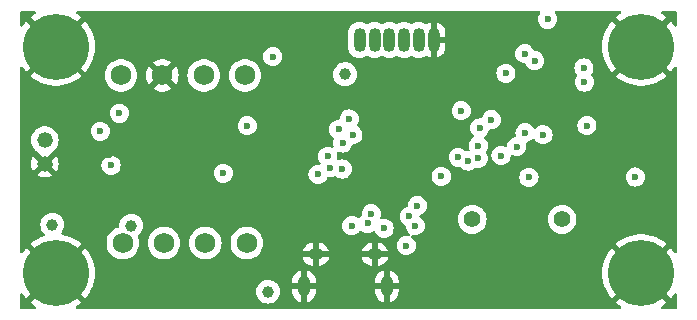
<source format=gbr>
%TF.GenerationSoftware,KiCad,Pcbnew,7.0.1*%
%TF.CreationDate,2023-05-27T07:40:04-07:00*%
%TF.ProjectId,Base-Flight-Computer-Test,42617365-2d46-46c6-9967-68742d436f6d,rev?*%
%TF.SameCoordinates,Original*%
%TF.FileFunction,Copper,L2,Inr*%
%TF.FilePolarity,Positive*%
%FSLAX46Y46*%
G04 Gerber Fmt 4.6, Leading zero omitted, Abs format (unit mm)*
G04 Created by KiCad (PCBNEW 7.0.1) date 2023-05-27 07:40:04*
%MOMM*%
%LPD*%
G01*
G04 APERTURE LIST*
%TA.AperFunction,ComponentPad*%
%ADD10O,1.300000X1.016000*%
%TD*%
%TA.AperFunction,ComponentPad*%
%ADD11O,1.016000X1.778000*%
%TD*%
%TA.AperFunction,ComponentPad*%
%ADD12C,5.588000*%
%TD*%
%TA.AperFunction,ComponentPad*%
%ADD13O,1.016000X2.032000*%
%TD*%
%TA.AperFunction,ComponentPad*%
%ADD14C,1.408000*%
%TD*%
%TA.AperFunction,ComponentPad*%
%ADD15C,1.320800*%
%TD*%
%TA.AperFunction,ComponentPad*%
%ADD16C,1.727200*%
%TD*%
%TA.AperFunction,ViaPad*%
%ADD17C,0.600000*%
%TD*%
%TA.AperFunction,ViaPad*%
%ADD18C,1.000000*%
%TD*%
G04 APERTURE END LIST*
D10*
%TO.N,Earth*%
%TO.C,P2*%
X131454400Y-100525600D03*
X136454400Y-100525600D03*
D11*
X130454400Y-103225600D03*
X137454400Y-103225600D03*
%TD*%
D12*
%TO.N,Earth*%
%TO.C,H4*%
X109448600Y-102108000D03*
%TD*%
D13*
%TO.N,3.3V*%
%TO.C,P3*%
X135178000Y-82365000D03*
%TO.N,SWDIO*%
X136428000Y-82365000D03*
%TO.N,SWCLK*%
X137678000Y-82365000D03*
%TO.N,SWO*%
X138928000Y-82365000D03*
%TO.N,NRST*%
X140178000Y-82365000D03*
%TO.N,Earth*%
X141428000Y-82365000D03*
%TD*%
D14*
%TO.N,VIN*%
%TO.C,BZ1*%
X144703800Y-97561400D03*
%TO.N,Net-(BZ1-+)*%
X152303800Y-97561400D03*
%TD*%
D15*
%TO.N,Earth*%
%TO.C,P5*%
X108508800Y-92837001D03*
%TO.N,Net-(P5-6)*%
X108508800Y-90836999D03*
%TD*%
D12*
%TO.N,Earth*%
%TO.C,H3*%
X159004000Y-102108000D03*
%TD*%
D16*
%TO.N,VIN_SW*%
%TO.C,P1*%
X125467400Y-85372600D03*
%TO.N,Net-(P1A-6)*%
X121967399Y-85372600D03*
%TO.N,Earth*%
X118467399Y-85372600D03*
%TO.N,Net-(P1B-6)*%
X114967398Y-85372600D03*
%TD*%
D12*
%TO.N,Earth*%
%TO.C,H1*%
X159004000Y-82931000D03*
%TD*%
D16*
%TO.N,VIN_SW*%
%TO.C,P4*%
X115112800Y-99568000D03*
%TO.N,Net-(P4A-6)*%
X118612801Y-99568000D03*
%TO.N,VIN*%
X122112801Y-99568000D03*
%TO.N,VIN_SW*%
X125612802Y-99568000D03*
%TD*%
D12*
%TO.N,Earth*%
%TO.C,H2*%
X109448600Y-82931000D03*
%TD*%
D17*
%TO.N,Earth*%
X123520200Y-91592400D03*
%TO.N,3.3V*%
X147548600Y-85191600D03*
%TO.N,Earth*%
X154736800Y-87909400D03*
X141147800Y-97891600D03*
X139115800Y-93929200D03*
X139115800Y-92659200D03*
X140690600Y-86156800D03*
X139141200Y-85318600D03*
X136677400Y-91414600D03*
X113969800Y-92075000D03*
X136652000Y-92710000D03*
X137896600Y-93929200D03*
X137845800Y-91414600D03*
X145186400Y-84429600D03*
X136702800Y-93954600D03*
X117779800Y-91617800D03*
D18*
X133045200Y-83820000D03*
D17*
X151028400Y-85725000D03*
X137871200Y-92684600D03*
X139090400Y-91440000D03*
%TO.N,3.3V*%
X127812800Y-83769200D03*
X134493000Y-98094800D03*
X154406600Y-89611200D03*
X131648200Y-93751400D03*
X114833400Y-88569800D03*
X154203400Y-85928200D03*
X143764000Y-88366600D03*
D18*
X115824000Y-98094800D03*
D17*
X151079200Y-80619600D03*
D18*
%TO.N,VIN*%
X133934200Y-85267800D03*
X127406400Y-103682800D03*
X109143800Y-98018600D03*
D17*
%TO.N,DROGUE*%
X134594600Y-90398600D03*
X114122200Y-92989400D03*
%TO.N,MAIN*%
X123621800Y-93649800D03*
X133400800Y-89941400D03*
%TO.N,BOOT*%
X144373600Y-92608400D03*
X149504400Y-94004907D03*
X158496000Y-93980000D03*
%TO.N,SWDIO*%
X139369800Y-97307400D03*
%TO.N,SWCLK*%
X140055600Y-96393000D03*
%TO.N,SWO*%
X142069185Y-93922215D03*
%TO.N,STATUS_B*%
X134289800Y-89052400D03*
X149148800Y-83540600D03*
%TO.N,STATUS_G*%
X149174200Y-90220800D03*
X154152600Y-84734400D03*
%TO.N,STATUS_R*%
X149987000Y-84124800D03*
X147142200Y-92151200D03*
%TO.N,~{FLASH_SS}*%
X132461000Y-92227400D03*
X145338800Y-89814400D03*
%TO.N,USB_DETECT*%
X139115800Y-99771200D03*
X137236200Y-98323400D03*
%TO.N,FLASH_SCK*%
X133731000Y-91084400D03*
X146329400Y-89128600D03*
%TO.N,BP_SCL*%
X135839200Y-97891600D03*
X150698200Y-90398600D03*
%TO.N,BP_SDA*%
X136144000Y-97078800D03*
X148463000Y-91389200D03*
%TO.N,~{MAIN_CONT}*%
X125653800Y-89636600D03*
X143510000Y-92303600D03*
%TO.N,~{DROGUE_CONT}*%
X113207800Y-90093800D03*
X139877800Y-98094800D03*
%TO.N,FLASH_MISO*%
X133705600Y-93294200D03*
X145211800Y-92379800D03*
%TO.N,FLASH_MOSI*%
X145211800Y-91313000D03*
X132689600Y-93167200D03*
%TD*%
%TA.AperFunction,Conductor*%
%TO.N,Earth*%
G36*
X107701118Y-79922890D02*
G01*
X107746443Y-79967726D01*
X107763499Y-80029157D01*
X107747777Y-80090942D01*
X107703435Y-80136750D01*
X107597340Y-80200584D01*
X107312969Y-80416757D01*
X107300101Y-80428945D01*
X107300101Y-80428947D01*
X109448600Y-82577446D01*
X109448601Y-82577446D01*
X111597097Y-80428947D01*
X111597097Y-80428946D01*
X111584226Y-80416755D01*
X111299859Y-80200584D01*
X111193765Y-80136750D01*
X111149423Y-80090942D01*
X111133701Y-80029157D01*
X111150757Y-79967726D01*
X111196082Y-79922890D01*
X111257694Y-79906500D01*
X150349546Y-79906500D01*
X150405841Y-79920015D01*
X150449864Y-79957615D01*
X150472019Y-80011102D01*
X150467477Y-80068818D01*
X150448751Y-80099375D01*
X150450523Y-80100489D01*
X150443090Y-80112317D01*
X150443089Y-80112319D01*
X150427738Y-80136750D01*
X150346157Y-80266584D01*
X150285982Y-80438555D01*
X150265583Y-80619600D01*
X150285982Y-80800644D01*
X150285982Y-80800646D01*
X150285983Y-80800647D01*
X150346157Y-80972615D01*
X150443089Y-81126881D01*
X150571919Y-81255711D01*
X150726185Y-81352643D01*
X150898153Y-81412817D01*
X151079200Y-81433216D01*
X151260247Y-81412817D01*
X151432215Y-81352643D01*
X151586481Y-81255711D01*
X151715311Y-81126881D01*
X151812243Y-80972615D01*
X151872417Y-80800647D01*
X151892816Y-80619600D01*
X151872417Y-80438553D01*
X151812243Y-80266585D01*
X151715311Y-80112319D01*
X151715309Y-80112317D01*
X151707877Y-80100489D01*
X151709648Y-80099375D01*
X151690923Y-80068818D01*
X151686381Y-80011102D01*
X151708536Y-79957615D01*
X151752559Y-79920015D01*
X151808854Y-79906500D01*
X157194906Y-79906500D01*
X157256518Y-79922890D01*
X157301843Y-79967726D01*
X157318899Y-80029157D01*
X157303177Y-80090942D01*
X157258835Y-80136750D01*
X157152740Y-80200584D01*
X156868369Y-80416757D01*
X156855501Y-80428945D01*
X156855501Y-80428947D01*
X159004000Y-82577446D01*
X159004001Y-82577446D01*
X161152497Y-80428947D01*
X161152497Y-80428946D01*
X161139626Y-80416755D01*
X160855259Y-80200584D01*
X160749165Y-80136750D01*
X160704823Y-80090942D01*
X160689101Y-80029157D01*
X160706157Y-79967726D01*
X160751482Y-79922890D01*
X160813094Y-79906500D01*
X161904500Y-79906500D01*
X161966500Y-79923113D01*
X162011887Y-79968500D01*
X162028500Y-80030500D01*
X162028500Y-81118256D01*
X162012771Y-81178698D01*
X161969576Y-81223808D01*
X161909871Y-81242140D01*
X161848804Y-81229044D01*
X161801867Y-81187843D01*
X161630185Y-80934631D01*
X161503301Y-80785252D01*
X161503300Y-80785251D01*
X159357553Y-82931000D01*
X159357553Y-82931001D01*
X161503300Y-85076746D01*
X161503301Y-85076746D01*
X161630184Y-84927368D01*
X161801867Y-84674156D01*
X161848804Y-84632955D01*
X161909872Y-84619859D01*
X161969576Y-84638191D01*
X162012771Y-84683301D01*
X162028500Y-84743743D01*
X162028500Y-100295256D01*
X162012771Y-100355698D01*
X161969576Y-100400808D01*
X161909871Y-100419140D01*
X161848804Y-100406044D01*
X161801867Y-100364843D01*
X161630185Y-100111631D01*
X161503301Y-99962252D01*
X161503300Y-99962251D01*
X159357553Y-102108000D01*
X159357553Y-102108001D01*
X161503300Y-104253746D01*
X161503301Y-104253746D01*
X161630184Y-104104368D01*
X161801867Y-103851156D01*
X161848804Y-103809955D01*
X161909872Y-103796859D01*
X161969576Y-103815191D01*
X162012771Y-103860301D01*
X162028500Y-103920743D01*
X162028500Y-105008500D01*
X162011887Y-105070500D01*
X161966500Y-105115887D01*
X161904500Y-105132500D01*
X160813094Y-105132500D01*
X160751482Y-105116110D01*
X160706157Y-105071274D01*
X160689101Y-105009843D01*
X160704823Y-104948058D01*
X160749165Y-104902250D01*
X160855259Y-104838415D01*
X161139626Y-104622244D01*
X161152497Y-104610052D01*
X161152497Y-104610051D01*
X159004001Y-102461553D01*
X159004000Y-102461553D01*
X156855501Y-104610051D01*
X156855501Y-104610052D01*
X156868373Y-104622244D01*
X157152740Y-104838415D01*
X157258835Y-104902250D01*
X157303177Y-104948058D01*
X157318899Y-105009843D01*
X157301843Y-105071274D01*
X157256518Y-105116110D01*
X157194906Y-105132500D01*
X111257694Y-105132500D01*
X111196082Y-105116110D01*
X111150757Y-105071274D01*
X111133701Y-105009843D01*
X111149423Y-104948058D01*
X111193765Y-104902250D01*
X111299859Y-104838415D01*
X111584226Y-104622244D01*
X111597097Y-104610052D01*
X111597097Y-104610051D01*
X109448601Y-102461553D01*
X109448600Y-102461553D01*
X107300101Y-104610051D01*
X107300101Y-104610052D01*
X107312973Y-104622244D01*
X107597340Y-104838415D01*
X107703435Y-104902250D01*
X107747777Y-104948058D01*
X107763499Y-105009843D01*
X107746443Y-105071274D01*
X107701118Y-105116110D01*
X107639506Y-105132500D01*
X106548100Y-105132500D01*
X106486100Y-105115887D01*
X106440713Y-105070500D01*
X106424100Y-105008500D01*
X106424100Y-103920744D01*
X106439829Y-103860302D01*
X106483024Y-103815192D01*
X106542729Y-103796860D01*
X106603796Y-103809956D01*
X106650733Y-103851157D01*
X106822414Y-104104368D01*
X106949297Y-104253746D01*
X106949298Y-104253747D01*
X109095046Y-102108001D01*
X109802153Y-102108001D01*
X111947900Y-104253746D01*
X111947901Y-104253746D01*
X112074784Y-104104368D01*
X112275232Y-103808731D01*
X112341996Y-103682800D01*
X126393020Y-103682800D01*
X126412491Y-103880498D01*
X126412492Y-103880501D01*
X126470159Y-104070604D01*
X126563805Y-104245804D01*
X126689832Y-104399368D01*
X126843396Y-104525395D01*
X127018596Y-104619041D01*
X127208699Y-104676708D01*
X127406400Y-104696180D01*
X127604101Y-104676708D01*
X127794204Y-104619041D01*
X127969404Y-104525395D01*
X128122968Y-104399368D01*
X128248995Y-104245804D01*
X128342641Y-104070604D01*
X128400308Y-103880501D01*
X128419780Y-103682800D01*
X128400308Y-103485099D01*
X128397427Y-103475600D01*
X129446400Y-103475600D01*
X129446400Y-103656118D01*
X129460985Y-103804204D01*
X129518623Y-103994211D01*
X129612223Y-104169322D01*
X129738187Y-104322812D01*
X129891677Y-104448776D01*
X130066789Y-104542376D01*
X130204398Y-104584119D01*
X130204400Y-104584119D01*
X130204400Y-103475600D01*
X130704400Y-103475600D01*
X130704400Y-104584119D01*
X130704401Y-104584119D01*
X130842010Y-104542376D01*
X131017122Y-104448776D01*
X131170612Y-104322812D01*
X131296576Y-104169322D01*
X131390176Y-103994211D01*
X131447814Y-103804204D01*
X131462400Y-103656118D01*
X131462400Y-103475600D01*
X136446400Y-103475600D01*
X136446400Y-103656118D01*
X136460985Y-103804204D01*
X136518623Y-103994211D01*
X136612223Y-104169322D01*
X136738187Y-104322812D01*
X136891677Y-104448776D01*
X137066789Y-104542376D01*
X137204398Y-104584119D01*
X137204400Y-104584119D01*
X137204400Y-103475600D01*
X137704400Y-103475600D01*
X137704400Y-104584119D01*
X137704401Y-104584119D01*
X137842010Y-104542376D01*
X138017122Y-104448776D01*
X138170612Y-104322812D01*
X138296576Y-104169322D01*
X138390176Y-103994211D01*
X138447814Y-103804204D01*
X138462400Y-103656118D01*
X138462400Y-103475600D01*
X137704400Y-103475600D01*
X137204400Y-103475600D01*
X136446400Y-103475600D01*
X131462400Y-103475600D01*
X130704400Y-103475600D01*
X130204400Y-103475600D01*
X129446400Y-103475600D01*
X128397427Y-103475600D01*
X128342641Y-103294996D01*
X128248995Y-103119796D01*
X128130656Y-102975600D01*
X129446400Y-102975600D01*
X130204400Y-102975600D01*
X130704400Y-102975600D01*
X131462400Y-102975600D01*
X136446400Y-102975600D01*
X137204400Y-102975600D01*
X137704400Y-102975600D01*
X138462400Y-102975600D01*
X138462400Y-102795082D01*
X138447814Y-102646995D01*
X138390176Y-102456988D01*
X138296576Y-102281877D01*
X138170612Y-102128387D01*
X138145769Y-102107999D01*
X155705161Y-102107999D01*
X155724499Y-102464660D01*
X155782288Y-102817158D01*
X155877845Y-103161325D01*
X156010055Y-103493147D01*
X156177364Y-103808724D01*
X156377819Y-104104374D01*
X156504697Y-104253746D01*
X156504698Y-104253747D01*
X158650446Y-102108001D01*
X158650446Y-102108000D01*
X156504698Y-99962251D01*
X156504697Y-99962252D01*
X156377819Y-100111625D01*
X156177364Y-100407275D01*
X156010055Y-100722852D01*
X155877845Y-101054674D01*
X155782288Y-101398841D01*
X155724499Y-101751339D01*
X155705161Y-102107999D01*
X138145769Y-102107999D01*
X138017122Y-102002423D01*
X137842010Y-101908823D01*
X137704401Y-101867080D01*
X137704400Y-101867081D01*
X137704400Y-102975600D01*
X137204400Y-102975600D01*
X137204400Y-101867081D01*
X137204398Y-101867080D01*
X137066789Y-101908823D01*
X136891677Y-102002423D01*
X136738187Y-102128387D01*
X136612223Y-102281877D01*
X136518623Y-102456988D01*
X136460985Y-102646995D01*
X136446400Y-102795082D01*
X136446400Y-102975600D01*
X131462400Y-102975600D01*
X131462400Y-102795082D01*
X131447814Y-102646995D01*
X131390176Y-102456988D01*
X131296576Y-102281877D01*
X131170612Y-102128387D01*
X131017122Y-102002423D01*
X130842010Y-101908823D01*
X130704401Y-101867080D01*
X130704400Y-101867081D01*
X130704400Y-102975600D01*
X130204400Y-102975600D01*
X130204400Y-101867081D01*
X130204398Y-101867080D01*
X130066789Y-101908823D01*
X129891677Y-102002423D01*
X129738187Y-102128387D01*
X129612223Y-102281877D01*
X129518623Y-102456988D01*
X129460985Y-102646995D01*
X129446400Y-102795082D01*
X129446400Y-102975600D01*
X128130656Y-102975600D01*
X128122968Y-102966232D01*
X127969404Y-102840205D01*
X127969403Y-102840204D01*
X127874790Y-102789633D01*
X127794204Y-102746559D01*
X127604101Y-102688892D01*
X127604098Y-102688891D01*
X127406400Y-102669420D01*
X127208701Y-102688891D01*
X127145331Y-102708114D01*
X127018596Y-102746559D01*
X127018592Y-102746560D01*
X127018592Y-102746561D01*
X126843396Y-102840204D01*
X126689832Y-102966232D01*
X126563804Y-103119796D01*
X126541607Y-103161325D01*
X126470159Y-103294996D01*
X126431714Y-103421731D01*
X126412491Y-103485101D01*
X126393020Y-103682800D01*
X112341996Y-103682800D01*
X112442544Y-103493147D01*
X112574754Y-103161325D01*
X112670311Y-102817158D01*
X112728100Y-102464660D01*
X112747438Y-102107999D01*
X112728100Y-101751339D01*
X112670311Y-101398841D01*
X112574754Y-101054674D01*
X112442544Y-100722852D01*
X112275235Y-100407275D01*
X112074780Y-100111625D01*
X111947901Y-99962252D01*
X111947900Y-99962251D01*
X109802153Y-102108000D01*
X109802153Y-102108001D01*
X109095046Y-102108001D01*
X109095046Y-102108000D01*
X106949298Y-99962251D01*
X106949297Y-99962252D01*
X106822414Y-100111630D01*
X106650733Y-100364843D01*
X106603796Y-100406044D01*
X106542729Y-100419140D01*
X106483024Y-100400808D01*
X106439829Y-100355698D01*
X106424100Y-100295256D01*
X106424100Y-99605947D01*
X107300101Y-99605947D01*
X109448598Y-101754446D01*
X109448599Y-101754446D01*
X111597097Y-99605947D01*
X111597097Y-99605946D01*
X111584226Y-99593755D01*
X111550346Y-99568000D01*
X113735997Y-99568000D01*
X113754775Y-99794609D01*
X113810597Y-100015048D01*
X113901939Y-100223285D01*
X114026310Y-100413649D01*
X114180317Y-100580946D01*
X114359761Y-100720612D01*
X114559745Y-100828839D01*
X114696879Y-100875916D01*
X114774811Y-100902671D01*
X114774813Y-100902671D01*
X114774815Y-100902672D01*
X114999105Y-100940100D01*
X115226494Y-100940100D01*
X115226495Y-100940100D01*
X115450785Y-100902672D01*
X115665855Y-100828839D01*
X115865839Y-100720612D01*
X116045283Y-100580946D01*
X116199290Y-100413649D01*
X116323661Y-100223285D01*
X116415003Y-100015047D01*
X116470824Y-99794614D01*
X116489602Y-99568000D01*
X117235998Y-99568000D01*
X117254776Y-99794609D01*
X117310598Y-100015048D01*
X117401940Y-100223285D01*
X117526311Y-100413649D01*
X117680318Y-100580946D01*
X117859762Y-100720612D01*
X118059746Y-100828839D01*
X118196880Y-100875916D01*
X118274812Y-100902671D01*
X118274814Y-100902671D01*
X118274816Y-100902672D01*
X118499106Y-100940100D01*
X118726495Y-100940100D01*
X118726496Y-100940100D01*
X118950786Y-100902672D01*
X119165856Y-100828839D01*
X119365840Y-100720612D01*
X119545284Y-100580946D01*
X119699291Y-100413649D01*
X119823662Y-100223285D01*
X119915004Y-100015047D01*
X119970825Y-99794614D01*
X119989603Y-99568000D01*
X120735998Y-99568000D01*
X120754776Y-99794609D01*
X120810598Y-100015048D01*
X120901940Y-100223285D01*
X121026311Y-100413649D01*
X121180318Y-100580946D01*
X121359762Y-100720612D01*
X121559746Y-100828839D01*
X121696880Y-100875916D01*
X121774812Y-100902671D01*
X121774814Y-100902671D01*
X121774816Y-100902672D01*
X121999106Y-100940100D01*
X122226495Y-100940100D01*
X122226496Y-100940100D01*
X122450786Y-100902672D01*
X122665856Y-100828839D01*
X122865840Y-100720612D01*
X123045284Y-100580946D01*
X123199291Y-100413649D01*
X123323662Y-100223285D01*
X123415004Y-100015047D01*
X123470825Y-99794614D01*
X123489603Y-99568000D01*
X124235999Y-99568000D01*
X124254777Y-99794609D01*
X124310599Y-100015048D01*
X124401941Y-100223285D01*
X124526312Y-100413649D01*
X124680319Y-100580946D01*
X124859763Y-100720612D01*
X125059747Y-100828839D01*
X125196881Y-100875916D01*
X125274813Y-100902671D01*
X125274815Y-100902671D01*
X125274817Y-100902672D01*
X125499107Y-100940100D01*
X125726496Y-100940100D01*
X125726497Y-100940100D01*
X125950787Y-100902672D01*
X126165857Y-100828839D01*
X126264231Y-100775601D01*
X130334880Y-100775601D01*
X130376623Y-100913210D01*
X130470223Y-101088322D01*
X130596187Y-101241812D01*
X130749677Y-101367776D01*
X130924788Y-101461376D01*
X131114794Y-101519014D01*
X131204400Y-101527839D01*
X131204400Y-100775600D01*
X131704400Y-100775600D01*
X131704400Y-101527839D01*
X131794005Y-101519014D01*
X131984011Y-101461376D01*
X132159122Y-101367776D01*
X132312612Y-101241812D01*
X132438576Y-101088322D01*
X132532176Y-100913210D01*
X132573919Y-100775601D01*
X135334880Y-100775601D01*
X135376623Y-100913210D01*
X135470223Y-101088322D01*
X135596187Y-101241812D01*
X135749677Y-101367776D01*
X135924788Y-101461376D01*
X136114794Y-101519014D01*
X136204400Y-101527839D01*
X136204400Y-100775600D01*
X136704400Y-100775600D01*
X136704400Y-101527839D01*
X136794005Y-101519014D01*
X136984011Y-101461376D01*
X137159122Y-101367776D01*
X137312612Y-101241812D01*
X137438576Y-101088322D01*
X137532176Y-100913210D01*
X137573919Y-100775601D01*
X137573919Y-100775600D01*
X136704400Y-100775600D01*
X136204400Y-100775600D01*
X135334881Y-100775600D01*
X135334880Y-100775601D01*
X132573919Y-100775601D01*
X132573919Y-100775600D01*
X131704400Y-100775600D01*
X131204400Y-100775600D01*
X130334881Y-100775600D01*
X130334880Y-100775601D01*
X126264231Y-100775601D01*
X126365841Y-100720612D01*
X126545285Y-100580946D01*
X126699292Y-100413649D01*
X126789485Y-100275598D01*
X130334880Y-100275598D01*
X130334881Y-100275600D01*
X131204400Y-100275600D01*
X131204400Y-99523360D01*
X131704400Y-99523360D01*
X131704400Y-100275600D01*
X132573919Y-100275600D01*
X132573919Y-100275598D01*
X135334880Y-100275598D01*
X135334881Y-100275600D01*
X136204400Y-100275600D01*
X136204400Y-99523360D01*
X136704400Y-99523360D01*
X136704400Y-100275600D01*
X137573919Y-100275600D01*
X137573919Y-100275598D01*
X137532176Y-100137989D01*
X137438576Y-99962877D01*
X137312612Y-99809387D01*
X137266079Y-99771199D01*
X138302183Y-99771199D01*
X138322582Y-99952244D01*
X138322582Y-99952246D01*
X138322583Y-99952247D01*
X138382757Y-100124215D01*
X138479689Y-100278481D01*
X138608519Y-100407311D01*
X138762785Y-100504243D01*
X138934753Y-100564417D01*
X139115800Y-100584816D01*
X139296847Y-100564417D01*
X139468815Y-100504243D01*
X139623081Y-100407311D01*
X139751911Y-100278481D01*
X139848843Y-100124215D01*
X139909017Y-99952247D01*
X139929416Y-99771200D01*
X139910797Y-99605947D01*
X156855501Y-99605947D01*
X159004000Y-101754446D01*
X159004001Y-101754446D01*
X161152497Y-99605947D01*
X161152497Y-99605946D01*
X161139626Y-99593755D01*
X160855259Y-99377584D01*
X160549201Y-99193435D01*
X160225028Y-99043457D01*
X159886533Y-98929404D01*
X159537692Y-98852619D01*
X159182596Y-98814000D01*
X158825404Y-98814000D01*
X158470307Y-98852619D01*
X158121466Y-98929404D01*
X157782971Y-99043457D01*
X157458798Y-99193435D01*
X157152740Y-99377584D01*
X156868369Y-99593757D01*
X156855501Y-99605945D01*
X156855501Y-99605947D01*
X139910797Y-99605947D01*
X139909017Y-99590153D01*
X139848843Y-99418185D01*
X139751911Y-99263919D01*
X139623081Y-99135089D01*
X139574948Y-99104845D01*
X139533535Y-99061853D01*
X139517009Y-99004490D01*
X139529202Y-98946051D01*
X139567288Y-98900083D01*
X139622441Y-98877238D01*
X139681874Y-98882810D01*
X139696753Y-98888017D01*
X139877800Y-98908416D01*
X140058847Y-98888017D01*
X140230815Y-98827843D01*
X140385081Y-98730911D01*
X140513911Y-98602081D01*
X140610843Y-98447815D01*
X140671017Y-98275847D01*
X140691416Y-98094800D01*
X140671017Y-97913753D01*
X140610843Y-97741785D01*
X140513911Y-97587519D01*
X140487792Y-97561400D01*
X143486667Y-97561400D01*
X143505158Y-97772750D01*
X143560070Y-97977685D01*
X143587535Y-98036582D01*
X143649733Y-98169966D01*
X143771423Y-98343757D01*
X143921443Y-98493777D01*
X144095234Y-98615467D01*
X144287516Y-98705130D01*
X144492447Y-98760041D01*
X144703800Y-98778532D01*
X144915153Y-98760041D01*
X145120084Y-98705130D01*
X145312366Y-98615467D01*
X145486157Y-98493777D01*
X145636177Y-98343757D01*
X145757867Y-98169966D01*
X145847530Y-97977684D01*
X145902441Y-97772753D01*
X145920932Y-97561400D01*
X151086667Y-97561400D01*
X151105158Y-97772750D01*
X151160070Y-97977685D01*
X151187535Y-98036582D01*
X151249733Y-98169966D01*
X151371423Y-98343757D01*
X151521443Y-98493777D01*
X151695234Y-98615467D01*
X151887516Y-98705130D01*
X152092447Y-98760041D01*
X152303800Y-98778532D01*
X152515153Y-98760041D01*
X152720084Y-98705130D01*
X152912366Y-98615467D01*
X153086157Y-98493777D01*
X153236177Y-98343757D01*
X153357867Y-98169966D01*
X153447530Y-97977684D01*
X153502441Y-97772753D01*
X153520932Y-97561400D01*
X153502441Y-97350047D01*
X153447530Y-97145116D01*
X153357867Y-96952834D01*
X153236177Y-96779043D01*
X153086157Y-96629023D01*
X152912366Y-96507333D01*
X152785646Y-96448242D01*
X152720085Y-96417670D01*
X152515150Y-96362758D01*
X152303800Y-96344267D01*
X152092449Y-96362758D01*
X151887514Y-96417670D01*
X151695236Y-96507332D01*
X151695234Y-96507333D01*
X151670966Y-96524326D01*
X151521439Y-96629026D01*
X151371426Y-96779039D01*
X151371423Y-96779042D01*
X151371423Y-96779043D01*
X151286531Y-96900282D01*
X151249732Y-96952836D01*
X151160070Y-97145114D01*
X151105158Y-97350049D01*
X151086667Y-97561400D01*
X145920932Y-97561400D01*
X145902441Y-97350047D01*
X145847530Y-97145116D01*
X145757867Y-96952834D01*
X145636177Y-96779043D01*
X145486157Y-96629023D01*
X145312366Y-96507333D01*
X145185646Y-96448242D01*
X145120085Y-96417670D01*
X144915150Y-96362758D01*
X144703800Y-96344267D01*
X144492449Y-96362758D01*
X144287514Y-96417670D01*
X144095236Y-96507332D01*
X144095234Y-96507333D01*
X144070966Y-96524326D01*
X143921439Y-96629026D01*
X143771426Y-96779039D01*
X143771423Y-96779042D01*
X143771423Y-96779043D01*
X143686531Y-96900282D01*
X143649732Y-96952836D01*
X143560070Y-97145114D01*
X143505158Y-97350049D01*
X143486667Y-97561400D01*
X140487792Y-97561400D01*
X140385081Y-97458689D01*
X140356027Y-97440433D01*
X140271480Y-97387308D01*
X140225733Y-97336116D01*
X140214233Y-97268431D01*
X140240506Y-97205002D01*
X140296496Y-97165274D01*
X140408615Y-97126043D01*
X140562881Y-97029111D01*
X140691711Y-96900281D01*
X140788643Y-96746015D01*
X140848817Y-96574047D01*
X140869216Y-96393000D01*
X140848817Y-96211953D01*
X140788643Y-96039985D01*
X140691711Y-95885719D01*
X140562881Y-95756889D01*
X140408615Y-95659957D01*
X140236647Y-95599783D01*
X140236646Y-95599782D01*
X140236644Y-95599782D01*
X140055600Y-95579383D01*
X139874555Y-95599782D01*
X139702584Y-95659957D01*
X139548317Y-95756890D01*
X139419490Y-95885717D01*
X139322557Y-96039984D01*
X139262382Y-96211955D01*
X139241983Y-96393000D01*
X139242029Y-96393406D01*
X139235849Y-96448242D01*
X139206488Y-96494967D01*
X139159763Y-96524326D01*
X139016787Y-96574355D01*
X138862517Y-96671290D01*
X138733690Y-96800117D01*
X138636757Y-96954384D01*
X138576582Y-97126355D01*
X138556183Y-97307400D01*
X138576582Y-97488444D01*
X138576582Y-97488446D01*
X138576583Y-97488447D01*
X138636757Y-97660415D01*
X138733689Y-97814681D01*
X138862519Y-97943511D01*
X139010642Y-98036583D01*
X139049663Y-98075604D01*
X139067889Y-98127692D01*
X139084582Y-98275844D01*
X139084582Y-98275846D01*
X139084583Y-98275847D01*
X139144757Y-98447815D01*
X139241689Y-98602081D01*
X139370519Y-98730911D01*
X139418651Y-98761154D01*
X139460064Y-98804145D01*
X139476590Y-98861508D01*
X139464398Y-98919946D01*
X139426312Y-98965915D01*
X139371160Y-98988761D01*
X139311725Y-98983188D01*
X139296848Y-98977982D01*
X139115800Y-98957583D01*
X138934755Y-98977982D01*
X138762784Y-99038157D01*
X138608517Y-99135090D01*
X138479690Y-99263917D01*
X138382757Y-99418184D01*
X138322582Y-99590155D01*
X138302183Y-99771199D01*
X137266079Y-99771199D01*
X137159122Y-99683423D01*
X136984011Y-99589823D01*
X136794005Y-99532185D01*
X136704400Y-99523360D01*
X136204400Y-99523360D01*
X136114794Y-99532185D01*
X135924788Y-99589823D01*
X135749677Y-99683423D01*
X135596187Y-99809387D01*
X135470223Y-99962877D01*
X135376623Y-100137989D01*
X135334880Y-100275598D01*
X132573919Y-100275598D01*
X132532176Y-100137989D01*
X132438576Y-99962877D01*
X132312612Y-99809387D01*
X132159122Y-99683423D01*
X131984011Y-99589823D01*
X131794005Y-99532185D01*
X131704400Y-99523360D01*
X131204400Y-99523360D01*
X131114794Y-99532185D01*
X130924788Y-99589823D01*
X130749677Y-99683423D01*
X130596187Y-99809387D01*
X130470223Y-99962877D01*
X130376623Y-100137989D01*
X130334880Y-100275598D01*
X126789485Y-100275598D01*
X126823663Y-100223285D01*
X126915005Y-100015047D01*
X126970826Y-99794614D01*
X126989604Y-99568000D01*
X126970826Y-99341386D01*
X126915005Y-99120953D01*
X126823663Y-98912715D01*
X126699292Y-98722351D01*
X126545285Y-98555054D01*
X126365841Y-98415388D01*
X126165857Y-98307161D01*
X126123145Y-98292498D01*
X125950790Y-98233328D01*
X125782569Y-98205256D01*
X125726497Y-98195900D01*
X125499107Y-98195900D01*
X125454248Y-98203385D01*
X125274813Y-98233328D01*
X125059746Y-98307161D01*
X124859766Y-98415386D01*
X124680318Y-98555054D01*
X124526311Y-98722352D01*
X124401941Y-98912714D01*
X124310599Y-99120951D01*
X124254777Y-99341390D01*
X124235999Y-99568000D01*
X123489603Y-99568000D01*
X123470825Y-99341386D01*
X123415004Y-99120953D01*
X123323662Y-98912715D01*
X123199291Y-98722351D01*
X123045284Y-98555054D01*
X122865840Y-98415388D01*
X122665856Y-98307161D01*
X122623144Y-98292498D01*
X122450789Y-98233328D01*
X122282568Y-98205256D01*
X122226496Y-98195900D01*
X121999106Y-98195900D01*
X121954247Y-98203385D01*
X121774812Y-98233328D01*
X121559745Y-98307161D01*
X121359765Y-98415386D01*
X121180317Y-98555054D01*
X121026310Y-98722352D01*
X120901940Y-98912714D01*
X120810598Y-99120951D01*
X120754776Y-99341390D01*
X120735998Y-99568000D01*
X119989603Y-99568000D01*
X119970825Y-99341386D01*
X119915004Y-99120953D01*
X119823662Y-98912715D01*
X119699291Y-98722351D01*
X119545284Y-98555054D01*
X119365840Y-98415388D01*
X119165856Y-98307161D01*
X119123144Y-98292498D01*
X118950789Y-98233328D01*
X118782568Y-98205256D01*
X118726496Y-98195900D01*
X118499106Y-98195900D01*
X118454247Y-98203385D01*
X118274812Y-98233328D01*
X118059745Y-98307161D01*
X117859765Y-98415386D01*
X117680317Y-98555054D01*
X117526310Y-98722352D01*
X117401940Y-98912714D01*
X117310598Y-99120951D01*
X117254776Y-99341390D01*
X117235998Y-99568000D01*
X116489602Y-99568000D01*
X116470824Y-99341386D01*
X116415003Y-99120953D01*
X116386132Y-99055134D01*
X116375711Y-99002978D01*
X116388102Y-98951251D01*
X116421020Y-98909478D01*
X116540568Y-98811368D01*
X116666595Y-98657804D01*
X116760241Y-98482604D01*
X116817908Y-98292501D01*
X116837380Y-98094800D01*
X116837380Y-98094799D01*
X133679383Y-98094799D01*
X133699782Y-98275844D01*
X133699782Y-98275846D01*
X133699783Y-98275847D01*
X133759957Y-98447815D01*
X133856889Y-98602081D01*
X133985719Y-98730911D01*
X134139985Y-98827843D01*
X134311953Y-98888017D01*
X134493000Y-98908416D01*
X134674047Y-98888017D01*
X134846015Y-98827843D01*
X135000281Y-98730911D01*
X135129111Y-98602081D01*
X135154050Y-98562389D01*
X135201099Y-98518735D01*
X135263677Y-98504452D01*
X135325013Y-98523371D01*
X135331917Y-98527709D01*
X135331919Y-98527711D01*
X135486185Y-98624643D01*
X135658153Y-98684817D01*
X135839200Y-98705216D01*
X136020247Y-98684817D01*
X136192215Y-98624643D01*
X136300607Y-98556535D01*
X136352691Y-98538310D01*
X136407530Y-98544488D01*
X136454257Y-98573848D01*
X136483617Y-98620575D01*
X136503155Y-98676412D01*
X136503157Y-98676415D01*
X136600089Y-98830681D01*
X136728919Y-98959511D01*
X136883185Y-99056443D01*
X137055153Y-99116617D01*
X137236200Y-99137016D01*
X137417247Y-99116617D01*
X137589215Y-99056443D01*
X137743481Y-98959511D01*
X137872311Y-98830681D01*
X137969243Y-98676415D01*
X138029417Y-98504447D01*
X138049816Y-98323400D01*
X138029417Y-98142353D01*
X137969243Y-97970385D01*
X137872311Y-97816119D01*
X137743481Y-97687289D01*
X137589215Y-97590357D01*
X137417247Y-97530183D01*
X137417246Y-97530182D01*
X137417244Y-97530182D01*
X137236200Y-97509783D01*
X137041270Y-97531747D01*
X137041154Y-97530718D01*
X136987457Y-97533732D01*
X136927370Y-97500521D01*
X136894162Y-97440433D01*
X136898011Y-97371889D01*
X136937217Y-97259847D01*
X136957616Y-97078800D01*
X136937217Y-96897753D01*
X136877043Y-96725785D01*
X136780111Y-96571519D01*
X136651281Y-96442689D01*
X136497015Y-96345757D01*
X136325047Y-96285583D01*
X136325046Y-96285582D01*
X136325044Y-96285582D01*
X136144000Y-96265183D01*
X135962955Y-96285582D01*
X135790984Y-96345757D01*
X135636717Y-96442690D01*
X135507890Y-96571517D01*
X135410957Y-96725784D01*
X135350782Y-96897755D01*
X135330383Y-97078800D01*
X135341745Y-97179636D01*
X135335567Y-97234474D01*
X135306207Y-97281201D01*
X135203087Y-97384320D01*
X135178151Y-97424007D01*
X135131099Y-97467665D01*
X135068521Y-97481947D01*
X135007186Y-97463028D01*
X134995358Y-97455596D01*
X134846015Y-97361757D01*
X134674047Y-97301583D01*
X134674046Y-97301582D01*
X134674044Y-97301582D01*
X134493000Y-97281183D01*
X134311955Y-97301582D01*
X134139984Y-97361757D01*
X133985717Y-97458690D01*
X133856890Y-97587517D01*
X133759957Y-97741784D01*
X133699782Y-97913755D01*
X133679383Y-98094799D01*
X116837380Y-98094799D01*
X116817908Y-97897099D01*
X116760241Y-97706996D01*
X116666595Y-97531796D01*
X116540568Y-97378232D01*
X116387004Y-97252205D01*
X116387003Y-97252204D01*
X116277470Y-97193658D01*
X116211804Y-97158559D01*
X116021701Y-97100892D01*
X116021698Y-97100891D01*
X115848247Y-97083808D01*
X115824000Y-97081420D01*
X115823999Y-97081420D01*
X115626301Y-97100891D01*
X115562931Y-97120114D01*
X115436196Y-97158559D01*
X115436192Y-97158560D01*
X115436192Y-97158561D01*
X115260996Y-97252204D01*
X115107432Y-97378232D01*
X114981404Y-97531796D01*
X114898292Y-97687290D01*
X114887759Y-97706996D01*
X114855093Y-97814681D01*
X114830091Y-97897101D01*
X114810620Y-98094800D01*
X114813034Y-98119315D01*
X114806201Y-98173746D01*
X114776553Y-98219902D01*
X114729893Y-98248749D01*
X114559745Y-98307160D01*
X114359764Y-98415386D01*
X114180316Y-98555054D01*
X114026309Y-98722352D01*
X113901939Y-98912714D01*
X113810597Y-99120951D01*
X113754775Y-99341390D01*
X113735997Y-99568000D01*
X111550346Y-99568000D01*
X111299859Y-99377584D01*
X110993801Y-99193435D01*
X110669628Y-99043457D01*
X110331133Y-98929404D01*
X109994850Y-98855383D01*
X109939091Y-98826931D01*
X109904336Y-98774868D01*
X109899441Y-98712462D01*
X109925650Y-98655620D01*
X109986395Y-98581604D01*
X110080041Y-98406404D01*
X110137708Y-98216301D01*
X110157180Y-98018600D01*
X110137708Y-97820899D01*
X110080041Y-97630796D01*
X109986395Y-97455596D01*
X109860368Y-97302032D01*
X109719247Y-97186217D01*
X109706803Y-97176004D01*
X109566275Y-97100891D01*
X109531604Y-97082359D01*
X109341501Y-97024692D01*
X109341498Y-97024691D01*
X109143800Y-97005220D01*
X108946101Y-97024691D01*
X108882731Y-97043914D01*
X108755996Y-97082359D01*
X108755992Y-97082360D01*
X108755992Y-97082361D01*
X108580796Y-97176004D01*
X108427232Y-97302032D01*
X108301204Y-97455596D01*
X108230692Y-97587517D01*
X108207559Y-97630796D01*
X108184444Y-97706996D01*
X108149891Y-97820901D01*
X108130420Y-98018600D01*
X108149891Y-98216298D01*
X108149892Y-98216301D01*
X108207559Y-98406404D01*
X108229694Y-98447815D01*
X108301204Y-98581603D01*
X108323803Y-98609139D01*
X108427232Y-98735168D01*
X108462494Y-98764107D01*
X108500258Y-98817295D01*
X108505800Y-98882293D01*
X108477585Y-98941110D01*
X108423422Y-98977467D01*
X108227569Y-99043458D01*
X107903398Y-99193435D01*
X107597340Y-99377584D01*
X107312969Y-99593757D01*
X107300101Y-99605945D01*
X107300101Y-99605947D01*
X106424100Y-99605947D01*
X106424100Y-93815115D01*
X107884237Y-93815115D01*
X107989348Y-93880197D01*
X108189881Y-93957884D01*
X108401275Y-93997401D01*
X108616325Y-93997401D01*
X108827718Y-93957884D01*
X109028251Y-93880197D01*
X109133361Y-93815115D01*
X108508801Y-93190554D01*
X108508800Y-93190554D01*
X107884237Y-93815115D01*
X106424100Y-93815115D01*
X106424100Y-92837000D01*
X107343429Y-92837000D01*
X107363271Y-93051139D01*
X107422122Y-93257980D01*
X107517982Y-93450490D01*
X107528211Y-93464034D01*
X108155246Y-92837002D01*
X108862353Y-92837002D01*
X109489387Y-93464034D01*
X109489388Y-93464034D01*
X109499619Y-93450488D01*
X109595477Y-93257980D01*
X109654328Y-93051139D01*
X109660049Y-92989400D01*
X113308583Y-92989400D01*
X113328982Y-93170444D01*
X113328982Y-93170446D01*
X113328983Y-93170447D01*
X113389157Y-93342415D01*
X113486089Y-93496681D01*
X113614919Y-93625511D01*
X113769185Y-93722443D01*
X113941153Y-93782617D01*
X114122200Y-93803016D01*
X114303247Y-93782617D01*
X114475215Y-93722443D01*
X114590827Y-93649799D01*
X122808183Y-93649799D01*
X122828582Y-93830844D01*
X122828582Y-93830846D01*
X122828583Y-93830847D01*
X122888757Y-94002815D01*
X122985689Y-94157081D01*
X123114519Y-94285911D01*
X123268785Y-94382843D01*
X123440753Y-94443017D01*
X123621800Y-94463416D01*
X123802847Y-94443017D01*
X123974815Y-94382843D01*
X124129081Y-94285911D01*
X124257911Y-94157081D01*
X124354843Y-94002815D01*
X124415017Y-93830847D01*
X124423969Y-93751399D01*
X130834583Y-93751399D01*
X130854982Y-93932444D01*
X130854982Y-93932446D01*
X130854983Y-93932447D01*
X130915157Y-94104415D01*
X131012089Y-94258681D01*
X131140919Y-94387511D01*
X131295185Y-94484443D01*
X131467153Y-94544617D01*
X131648200Y-94565016D01*
X131829247Y-94544617D01*
X132001215Y-94484443D01*
X132155481Y-94387511D01*
X132284311Y-94258681D01*
X132381243Y-94104415D01*
X132401887Y-94045414D01*
X132431246Y-93998690D01*
X132477973Y-93969329D01*
X132532810Y-93963150D01*
X132689600Y-93980816D01*
X132870647Y-93960417D01*
X133042615Y-93900243D01*
X133042615Y-93900242D01*
X133055804Y-93895628D01*
X133056374Y-93897259D01*
X133088117Y-93886148D01*
X133142962Y-93892323D01*
X133189693Y-93921685D01*
X133198319Y-93930311D01*
X133352585Y-94027243D01*
X133524553Y-94087417D01*
X133705600Y-94107816D01*
X133886647Y-94087417D01*
X134058615Y-94027243D01*
X134212881Y-93930311D01*
X134220977Y-93922215D01*
X141255568Y-93922215D01*
X141275967Y-94103259D01*
X141275967Y-94103261D01*
X141275968Y-94103262D01*
X141336142Y-94275230D01*
X141433074Y-94429496D01*
X141561904Y-94558326D01*
X141716170Y-94655258D01*
X141888138Y-94715432D01*
X142069185Y-94735831D01*
X142250232Y-94715432D01*
X142422200Y-94655258D01*
X142576466Y-94558326D01*
X142705296Y-94429496D01*
X142802228Y-94275230D01*
X142862402Y-94103262D01*
X142873484Y-94004906D01*
X148690783Y-94004906D01*
X148711182Y-94185951D01*
X148711182Y-94185953D01*
X148711183Y-94185954D01*
X148771357Y-94357922D01*
X148868289Y-94512188D01*
X148997119Y-94641018D01*
X149151385Y-94737950D01*
X149323353Y-94798124D01*
X149504400Y-94818523D01*
X149685447Y-94798124D01*
X149857415Y-94737950D01*
X150011681Y-94641018D01*
X150140511Y-94512188D01*
X150237443Y-94357922D01*
X150297617Y-94185954D01*
X150318016Y-94004907D01*
X150315210Y-93980000D01*
X157682383Y-93980000D01*
X157702782Y-94161044D01*
X157702782Y-94161046D01*
X157702783Y-94161047D01*
X157762957Y-94333015D01*
X157859889Y-94487281D01*
X157988719Y-94616111D01*
X158142985Y-94713043D01*
X158314953Y-94773217D01*
X158496000Y-94793616D01*
X158677047Y-94773217D01*
X158849015Y-94713043D01*
X159003281Y-94616111D01*
X159132111Y-94487281D01*
X159229043Y-94333015D01*
X159289217Y-94161047D01*
X159309616Y-93980000D01*
X159289217Y-93798953D01*
X159229043Y-93626985D01*
X159132111Y-93472719D01*
X159003281Y-93343889D01*
X158849015Y-93246957D01*
X158677047Y-93186783D01*
X158677046Y-93186782D01*
X158677044Y-93186782D01*
X158496000Y-93166383D01*
X158314955Y-93186782D01*
X158142984Y-93246957D01*
X157988717Y-93343890D01*
X157859890Y-93472717D01*
X157762957Y-93626984D01*
X157702782Y-93798955D01*
X157682383Y-93980000D01*
X150315210Y-93980000D01*
X150297617Y-93823860D01*
X150237443Y-93651892D01*
X150140511Y-93497626D01*
X150011681Y-93368796D01*
X149857415Y-93271864D01*
X149685447Y-93211690D01*
X149685446Y-93211689D01*
X149685444Y-93211689D01*
X149504400Y-93191290D01*
X149323355Y-93211689D01*
X149151384Y-93271864D01*
X148997117Y-93368797D01*
X148868290Y-93497624D01*
X148771357Y-93651891D01*
X148711182Y-93823862D01*
X148690783Y-94004906D01*
X142873484Y-94004906D01*
X142882801Y-93922215D01*
X142882741Y-93921686D01*
X142870734Y-93815115D01*
X142862402Y-93741168D01*
X142802228Y-93569200D01*
X142705296Y-93414934D01*
X142576466Y-93286104D01*
X142422200Y-93189172D01*
X142250232Y-93128998D01*
X142250231Y-93128997D01*
X142250229Y-93128997D01*
X142069185Y-93108598D01*
X141888140Y-93128997D01*
X141716169Y-93189172D01*
X141561902Y-93286105D01*
X141433075Y-93414932D01*
X141336142Y-93569199D01*
X141275967Y-93741170D01*
X141255568Y-93922215D01*
X134220977Y-93922215D01*
X134341711Y-93801481D01*
X134438643Y-93647215D01*
X134498817Y-93475247D01*
X134519216Y-93294200D01*
X134498817Y-93113153D01*
X134438643Y-92941185D01*
X134341711Y-92786919D01*
X134212881Y-92658089D01*
X134058615Y-92561157D01*
X133886647Y-92500983D01*
X133886646Y-92500982D01*
X133886644Y-92500982D01*
X133705600Y-92480583D01*
X133524553Y-92500982D01*
X133418535Y-92538079D01*
X133356810Y-92543285D01*
X133300268Y-92517983D01*
X133263021Y-92468489D01*
X133254362Y-92407156D01*
X133266030Y-92303600D01*
X142696383Y-92303600D01*
X142716782Y-92484644D01*
X142716782Y-92484646D01*
X142716783Y-92484647D01*
X142776957Y-92656615D01*
X142873889Y-92810881D01*
X143002719Y-92939711D01*
X143156985Y-93036643D01*
X143328953Y-93096817D01*
X143433513Y-93108598D01*
X143509999Y-93117216D01*
X143509999Y-93117215D01*
X143510000Y-93117216D01*
X143656493Y-93100710D01*
X143711330Y-93106888D01*
X143758057Y-93136248D01*
X143866319Y-93244511D01*
X144020585Y-93341443D01*
X144192553Y-93401617D01*
X144373600Y-93422016D01*
X144554647Y-93401617D01*
X144726615Y-93341443D01*
X144880881Y-93244511D01*
X144918086Y-93207304D01*
X144964812Y-93177945D01*
X145019651Y-93171766D01*
X145030752Y-93173016D01*
X145030753Y-93173017D01*
X145211800Y-93193416D01*
X145392847Y-93173017D01*
X145564815Y-93112843D01*
X145719081Y-93015911D01*
X145847911Y-92887081D01*
X145944843Y-92732815D01*
X146005017Y-92560847D01*
X146025416Y-92379800D01*
X146005017Y-92198753D01*
X145988378Y-92151200D01*
X146328583Y-92151200D01*
X146348982Y-92332244D01*
X146348982Y-92332246D01*
X146348983Y-92332247D01*
X146409157Y-92504215D01*
X146506089Y-92658481D01*
X146634919Y-92787311D01*
X146789185Y-92884243D01*
X146961153Y-92944417D01*
X147142200Y-92964816D01*
X147323247Y-92944417D01*
X147495215Y-92884243D01*
X147649481Y-92787311D01*
X147778311Y-92658481D01*
X147875243Y-92504215D01*
X147935417Y-92332247D01*
X147947393Y-92225954D01*
X147965619Y-92173866D01*
X148004641Y-92134844D01*
X148056729Y-92116618D01*
X148111564Y-92122795D01*
X148281953Y-92182417D01*
X148463000Y-92202816D01*
X148644047Y-92182417D01*
X148816015Y-92122243D01*
X148970281Y-92025311D01*
X149099111Y-91896481D01*
X149196043Y-91742215D01*
X149256217Y-91570247D01*
X149276616Y-91389200D01*
X149256217Y-91208153D01*
X149245973Y-91178879D01*
X149239795Y-91124043D01*
X149258021Y-91071954D01*
X149297044Y-91032932D01*
X149349130Y-91014706D01*
X149355247Y-91014017D01*
X149527215Y-90953843D01*
X149681481Y-90856911D01*
X149786374Y-90752017D01*
X149833101Y-90722657D01*
X149887939Y-90716478D01*
X149940027Y-90734704D01*
X149979049Y-90773725D01*
X150018807Y-90836999D01*
X150062089Y-90905881D01*
X150190919Y-91034711D01*
X150345185Y-91131643D01*
X150517153Y-91191817D01*
X150698200Y-91212216D01*
X150879247Y-91191817D01*
X151051215Y-91131643D01*
X151205481Y-91034711D01*
X151334311Y-90905881D01*
X151431243Y-90751615D01*
X151491417Y-90579647D01*
X151511816Y-90398600D01*
X151491417Y-90217553D01*
X151431243Y-90045585D01*
X151334311Y-89891319D01*
X151205481Y-89762489D01*
X151051215Y-89665557D01*
X150895871Y-89611200D01*
X153592983Y-89611200D01*
X153613382Y-89792244D01*
X153613382Y-89792246D01*
X153613383Y-89792247D01*
X153673557Y-89964215D01*
X153770489Y-90118481D01*
X153899319Y-90247311D01*
X154053585Y-90344243D01*
X154225553Y-90404417D01*
X154406600Y-90424816D01*
X154587647Y-90404417D01*
X154759615Y-90344243D01*
X154913881Y-90247311D01*
X155042711Y-90118481D01*
X155139643Y-89964215D01*
X155199817Y-89792247D01*
X155220216Y-89611200D01*
X155199817Y-89430153D01*
X155139643Y-89258185D01*
X155042711Y-89103919D01*
X154913881Y-88975089D01*
X154759615Y-88878157D01*
X154587647Y-88817983D01*
X154587646Y-88817982D01*
X154587644Y-88817982D01*
X154406600Y-88797583D01*
X154225555Y-88817982D01*
X154053584Y-88878157D01*
X153899317Y-88975090D01*
X153770490Y-89103917D01*
X153673557Y-89258184D01*
X153613382Y-89430155D01*
X153592983Y-89611200D01*
X150895871Y-89611200D01*
X150879247Y-89605383D01*
X150879246Y-89605382D01*
X150879244Y-89605382D01*
X150698200Y-89584983D01*
X150517155Y-89605382D01*
X150345184Y-89665557D01*
X150190919Y-89762489D01*
X150086024Y-89867384D01*
X150039297Y-89896744D01*
X149984459Y-89902922D01*
X149932371Y-89884696D01*
X149893350Y-89845675D01*
X149810311Y-89713519D01*
X149681481Y-89584689D01*
X149527215Y-89487757D01*
X149355247Y-89427583D01*
X149355246Y-89427582D01*
X149355244Y-89427582D01*
X149174200Y-89407183D01*
X148993155Y-89427582D01*
X148821184Y-89487757D01*
X148666917Y-89584690D01*
X148538090Y-89713517D01*
X148441157Y-89867784D01*
X148380982Y-90039755D01*
X148360583Y-90220799D01*
X148380982Y-90401844D01*
X148380982Y-90401846D01*
X148380983Y-90401847D01*
X148384862Y-90412934D01*
X148391226Y-90431119D01*
X148397404Y-90485956D01*
X148379179Y-90538043D01*
X148340159Y-90577065D01*
X148288072Y-90595293D01*
X148281955Y-90595982D01*
X148109984Y-90656157D01*
X147955717Y-90753090D01*
X147826890Y-90881917D01*
X147729957Y-91036184D01*
X147669782Y-91208155D01*
X147657806Y-91314445D01*
X147639580Y-91366533D01*
X147600558Y-91405555D01*
X147548470Y-91423781D01*
X147493632Y-91417603D01*
X147385572Y-91379791D01*
X147323247Y-91357983D01*
X147323246Y-91357982D01*
X147323244Y-91357982D01*
X147142200Y-91337583D01*
X146961155Y-91357982D01*
X146789184Y-91418157D01*
X146634917Y-91515090D01*
X146506090Y-91643917D01*
X146409157Y-91798184D01*
X146348982Y-91970155D01*
X146328583Y-92151200D01*
X145988378Y-92151200D01*
X145944843Y-92026785D01*
X145872951Y-91912370D01*
X145853945Y-91846400D01*
X145872951Y-91780429D01*
X145944843Y-91666015D01*
X146005017Y-91494047D01*
X146025416Y-91313000D01*
X146005017Y-91131953D01*
X145944843Y-90959985D01*
X145847911Y-90805719D01*
X145739012Y-90696820D01*
X145709651Y-90650093D01*
X145703473Y-90595255D01*
X145721699Y-90543167D01*
X145760717Y-90504148D01*
X145846081Y-90450511D01*
X145974911Y-90321681D01*
X146071843Y-90167415D01*
X146124764Y-90016172D01*
X146154122Y-89969450D01*
X146200849Y-89940089D01*
X146255688Y-89933911D01*
X146329400Y-89942216D01*
X146510447Y-89921817D01*
X146682415Y-89861643D01*
X146836681Y-89764711D01*
X146965511Y-89635881D01*
X147062443Y-89481615D01*
X147122617Y-89309647D01*
X147143016Y-89128600D01*
X147122617Y-88947553D01*
X147062443Y-88775585D01*
X146965511Y-88621319D01*
X146836681Y-88492489D01*
X146682415Y-88395557D01*
X146510447Y-88335383D01*
X146510446Y-88335382D01*
X146510444Y-88335382D01*
X146329400Y-88314983D01*
X146148355Y-88335382D01*
X145976384Y-88395557D01*
X145822117Y-88492490D01*
X145693290Y-88621317D01*
X145596355Y-88775587D01*
X145543435Y-88926823D01*
X145514075Y-88973549D01*
X145467349Y-89002909D01*
X145412511Y-89009088D01*
X145338800Y-89000783D01*
X145157755Y-89021182D01*
X144985784Y-89081357D01*
X144831517Y-89178290D01*
X144702690Y-89307117D01*
X144605757Y-89461384D01*
X144545582Y-89633355D01*
X144525183Y-89814400D01*
X144545582Y-89995444D01*
X144545582Y-89995446D01*
X144545583Y-89995447D01*
X144605757Y-90167415D01*
X144673259Y-90274844D01*
X144702690Y-90321682D01*
X144811587Y-90430579D01*
X144840947Y-90477305D01*
X144847126Y-90532143D01*
X144828900Y-90584231D01*
X144789879Y-90623253D01*
X144704518Y-90676889D01*
X144575690Y-90805717D01*
X144478757Y-90959984D01*
X144418582Y-91131955D01*
X144398183Y-91312999D01*
X144418582Y-91494044D01*
X144418582Y-91494046D01*
X144418583Y-91494047D01*
X144452746Y-91591681D01*
X144466762Y-91631735D01*
X144472940Y-91686573D01*
X144454714Y-91738661D01*
X144415692Y-91777683D01*
X144363604Y-91795909D01*
X144227107Y-91811289D01*
X144172269Y-91805111D01*
X144125542Y-91775750D01*
X144017282Y-91667490D01*
X144017281Y-91667489D01*
X143863015Y-91570557D01*
X143691047Y-91510383D01*
X143691046Y-91510382D01*
X143691044Y-91510382D01*
X143510000Y-91489983D01*
X143328955Y-91510382D01*
X143156984Y-91570557D01*
X143002717Y-91667490D01*
X142873890Y-91796317D01*
X142776957Y-91950584D01*
X142716782Y-92122555D01*
X142696383Y-92303600D01*
X133266030Y-92303600D01*
X133274616Y-92227400D01*
X133271388Y-92198755D01*
X133262803Y-92122555D01*
X133254217Y-92046353D01*
X133230715Y-91979190D01*
X133226867Y-91910645D01*
X133260077Y-91850557D01*
X133320165Y-91817347D01*
X133388710Y-91821195D01*
X133549953Y-91877617D01*
X133731000Y-91898016D01*
X133912047Y-91877617D01*
X134084015Y-91817443D01*
X134238281Y-91720511D01*
X134367111Y-91591681D01*
X134464043Y-91437415D01*
X134514987Y-91291824D01*
X134554713Y-91235836D01*
X134618141Y-91209563D01*
X134775647Y-91191817D01*
X134947615Y-91131643D01*
X135101881Y-91034711D01*
X135230711Y-90905881D01*
X135327643Y-90751615D01*
X135387817Y-90579647D01*
X135408216Y-90398600D01*
X135387817Y-90217553D01*
X135327643Y-90045585D01*
X135230711Y-89891319D01*
X135101881Y-89762489D01*
X135098482Y-89760353D01*
X134989351Y-89691781D01*
X134945693Y-89644729D01*
X134931411Y-89582151D01*
X134950329Y-89520818D01*
X135022843Y-89405415D01*
X135083017Y-89233447D01*
X135103416Y-89052400D01*
X135083017Y-88871353D01*
X135022843Y-88699385D01*
X134925911Y-88545119D01*
X134797081Y-88416289D01*
X134718002Y-88366600D01*
X142950383Y-88366600D01*
X142970782Y-88547644D01*
X142970782Y-88547646D01*
X142970783Y-88547647D01*
X143030957Y-88719615D01*
X143127889Y-88873881D01*
X143256719Y-89002711D01*
X143410985Y-89099643D01*
X143582953Y-89159817D01*
X143764000Y-89180216D01*
X143945047Y-89159817D01*
X144117015Y-89099643D01*
X144271281Y-89002711D01*
X144400111Y-88873881D01*
X144497043Y-88719615D01*
X144557217Y-88547647D01*
X144577616Y-88366600D01*
X144557217Y-88185553D01*
X144497043Y-88013585D01*
X144400111Y-87859319D01*
X144271281Y-87730489D01*
X144117015Y-87633557D01*
X143945047Y-87573383D01*
X143945046Y-87573382D01*
X143945044Y-87573382D01*
X143764000Y-87552983D01*
X143582955Y-87573382D01*
X143410984Y-87633557D01*
X143256717Y-87730490D01*
X143127890Y-87859317D01*
X143030957Y-88013584D01*
X142970782Y-88185555D01*
X142950383Y-88366600D01*
X134718002Y-88366600D01*
X134642815Y-88319357D01*
X134470847Y-88259183D01*
X134470846Y-88259182D01*
X134470844Y-88259182D01*
X134289800Y-88238783D01*
X134108755Y-88259182D01*
X133936784Y-88319357D01*
X133782517Y-88416290D01*
X133653690Y-88545117D01*
X133556757Y-88699384D01*
X133496582Y-88871355D01*
X133479621Y-89021885D01*
X133461395Y-89073973D01*
X133422373Y-89112995D01*
X133370285Y-89131221D01*
X133219755Y-89148182D01*
X133047784Y-89208357D01*
X132893517Y-89305290D01*
X132764690Y-89434117D01*
X132667757Y-89588384D01*
X132607582Y-89760355D01*
X132587183Y-89941400D01*
X132607582Y-90122444D01*
X132607582Y-90122446D01*
X132607583Y-90122447D01*
X132667757Y-90294415D01*
X132764689Y-90448681D01*
X132893519Y-90577511D01*
X132897412Y-90579957D01*
X132939543Y-90606430D01*
X132978564Y-90645451D01*
X132996790Y-90697540D01*
X132990612Y-90752374D01*
X132954034Y-90856911D01*
X132937782Y-90903356D01*
X132917383Y-91084399D01*
X132937782Y-91265444D01*
X132961283Y-91332607D01*
X132965132Y-91401154D01*
X132931922Y-91461242D01*
X132871834Y-91494452D01*
X132803287Y-91490603D01*
X132688399Y-91450402D01*
X132642047Y-91434183D01*
X132642046Y-91434182D01*
X132642044Y-91434182D01*
X132461000Y-91413783D01*
X132279955Y-91434182D01*
X132107984Y-91494357D01*
X131953717Y-91591290D01*
X131824890Y-91720117D01*
X131727957Y-91874384D01*
X131667782Y-92046355D01*
X131647383Y-92227400D01*
X131667782Y-92408444D01*
X131667782Y-92408446D01*
X131667783Y-92408447D01*
X131727957Y-92580415D01*
X131763125Y-92636385D01*
X131824890Y-92734682D01*
X131825639Y-92735431D01*
X131831020Y-92744438D01*
X131832323Y-92746511D01*
X131832276Y-92746540D01*
X131856719Y-92787450D01*
X131859438Y-92847985D01*
X131833146Y-92902580D01*
X131784123Y-92938198D01*
X131724075Y-92946332D01*
X131648200Y-92937783D01*
X131467155Y-92958182D01*
X131295184Y-93018357D01*
X131140917Y-93115290D01*
X131012090Y-93244117D01*
X130915157Y-93398384D01*
X130854982Y-93570355D01*
X130834583Y-93751399D01*
X124423969Y-93751399D01*
X124435416Y-93649800D01*
X124415017Y-93468753D01*
X124354843Y-93296785D01*
X124257911Y-93142519D01*
X124129081Y-93013689D01*
X123974815Y-92916757D01*
X123802847Y-92856583D01*
X123802846Y-92856582D01*
X123802844Y-92856582D01*
X123621800Y-92836183D01*
X123440755Y-92856582D01*
X123268784Y-92916757D01*
X123114517Y-93013690D01*
X122985690Y-93142517D01*
X122888757Y-93296784D01*
X122828582Y-93468755D01*
X122808183Y-93649799D01*
X114590827Y-93649799D01*
X114629481Y-93625511D01*
X114758311Y-93496681D01*
X114855243Y-93342415D01*
X114915417Y-93170447D01*
X114935816Y-92989400D01*
X114915417Y-92808353D01*
X114855243Y-92636385D01*
X114758311Y-92482119D01*
X114629481Y-92353289D01*
X114475215Y-92256357D01*
X114303247Y-92196183D01*
X114303246Y-92196182D01*
X114303244Y-92196182D01*
X114122200Y-92175783D01*
X113941155Y-92196182D01*
X113769184Y-92256357D01*
X113614917Y-92353290D01*
X113486090Y-92482117D01*
X113389157Y-92636384D01*
X113328982Y-92808355D01*
X113308583Y-92989400D01*
X109660049Y-92989400D01*
X109674170Y-92837000D01*
X109654328Y-92622862D01*
X109595477Y-92416021D01*
X109499617Y-92223510D01*
X109489388Y-92209965D01*
X108862353Y-92837001D01*
X108862353Y-92837002D01*
X108155246Y-92837002D01*
X108155246Y-92837001D01*
X107528211Y-92209966D01*
X107528210Y-92209966D01*
X107517982Y-92223511D01*
X107422122Y-92416021D01*
X107363271Y-92622862D01*
X107343429Y-92837000D01*
X106424100Y-92837000D01*
X106424100Y-90836998D01*
X107334892Y-90836998D01*
X107354879Y-91052705D01*
X107414162Y-91261063D01*
X107510720Y-91454979D01*
X107641272Y-91627857D01*
X107705681Y-91686573D01*
X107801362Y-91773798D01*
X107820916Y-91785905D01*
X107867271Y-91837344D01*
X107868201Y-91842848D01*
X108508800Y-92483447D01*
X108508801Y-92483447D01*
X109149395Y-91842850D01*
X109150325Y-91837350D01*
X109196678Y-91785908D01*
X109216238Y-91773798D01*
X109376328Y-91627856D01*
X109506877Y-91454982D01*
X109506877Y-91454980D01*
X109506879Y-91454979D01*
X109603437Y-91261063D01*
X109662720Y-91052705D01*
X109666305Y-91014016D01*
X109682708Y-90836999D01*
X109665389Y-90650093D01*
X109662720Y-90621292D01*
X109603437Y-90412934D01*
X109506879Y-90219018D01*
X109412318Y-90093800D01*
X112394183Y-90093800D01*
X112414582Y-90274844D01*
X112414582Y-90274846D01*
X112414583Y-90274847D01*
X112474757Y-90446815D01*
X112571689Y-90601081D01*
X112700519Y-90729911D01*
X112854785Y-90826843D01*
X113026753Y-90887017D01*
X113207800Y-90907416D01*
X113388847Y-90887017D01*
X113560815Y-90826843D01*
X113715081Y-90729911D01*
X113843911Y-90601081D01*
X113940843Y-90446815D01*
X114001017Y-90274847D01*
X114021416Y-90093800D01*
X114001017Y-89912753D01*
X113940843Y-89740785D01*
X113875379Y-89636600D01*
X124840183Y-89636600D01*
X124860582Y-89817644D01*
X124860582Y-89817646D01*
X124860583Y-89817647D01*
X124920757Y-89989615D01*
X125017689Y-90143881D01*
X125146519Y-90272711D01*
X125300785Y-90369643D01*
X125472753Y-90429817D01*
X125653800Y-90450216D01*
X125834847Y-90429817D01*
X126006815Y-90369643D01*
X126161081Y-90272711D01*
X126289911Y-90143881D01*
X126386843Y-89989615D01*
X126447017Y-89817647D01*
X126467416Y-89636600D01*
X126466952Y-89632486D01*
X126454370Y-89520815D01*
X126447017Y-89455553D01*
X126386843Y-89283585D01*
X126289911Y-89129319D01*
X126161081Y-89000489D01*
X126006815Y-88903557D01*
X125834847Y-88843383D01*
X125834846Y-88843382D01*
X125834844Y-88843382D01*
X125653800Y-88822983D01*
X125472755Y-88843382D01*
X125300784Y-88903557D01*
X125146517Y-89000490D01*
X125017690Y-89129317D01*
X124920757Y-89283584D01*
X124860582Y-89455555D01*
X124840183Y-89636600D01*
X113875379Y-89636600D01*
X113843911Y-89586519D01*
X113715081Y-89457689D01*
X113560815Y-89360757D01*
X113388847Y-89300583D01*
X113388846Y-89300582D01*
X113388844Y-89300582D01*
X113207800Y-89280183D01*
X113026755Y-89300582D01*
X112854784Y-89360757D01*
X112700517Y-89457690D01*
X112571690Y-89586517D01*
X112474757Y-89740784D01*
X112414582Y-89912755D01*
X112394183Y-90093800D01*
X109412318Y-90093800D01*
X109376327Y-90046140D01*
X109216238Y-89900199D01*
X109032058Y-89786161D01*
X109032056Y-89786160D01*
X108830055Y-89707904D01*
X108617115Y-89668099D01*
X108400485Y-89668099D01*
X108187545Y-89707903D01*
X108187545Y-89707904D01*
X107985541Y-89786161D01*
X107801361Y-89900199D01*
X107641272Y-90046140D01*
X107510720Y-90219018D01*
X107414162Y-90412934D01*
X107354879Y-90621292D01*
X107334892Y-90836998D01*
X106424100Y-90836998D01*
X106424100Y-88569799D01*
X114019783Y-88569799D01*
X114040182Y-88750844D01*
X114040182Y-88750846D01*
X114040183Y-88750847D01*
X114100357Y-88922815D01*
X114197289Y-89077081D01*
X114326119Y-89205911D01*
X114480385Y-89302843D01*
X114652353Y-89363017D01*
X114833400Y-89383416D01*
X115014447Y-89363017D01*
X115186415Y-89302843D01*
X115340681Y-89205911D01*
X115469511Y-89077081D01*
X115566443Y-88922815D01*
X115626617Y-88750847D01*
X115647016Y-88569800D01*
X115626617Y-88388753D01*
X115566443Y-88216785D01*
X115469511Y-88062519D01*
X115340681Y-87933689D01*
X115186415Y-87836757D01*
X115014447Y-87776583D01*
X115014446Y-87776582D01*
X115014444Y-87776582D01*
X114833400Y-87756183D01*
X114652355Y-87776582D01*
X114480384Y-87836757D01*
X114326117Y-87933690D01*
X114197290Y-88062517D01*
X114100357Y-88216784D01*
X114040182Y-88388755D01*
X114019783Y-88569799D01*
X106424100Y-88569799D01*
X106424100Y-85433052D01*
X107300101Y-85433052D01*
X107312973Y-85445244D01*
X107597340Y-85661415D01*
X107903398Y-85845564D01*
X108227571Y-85995542D01*
X108566066Y-86109595D01*
X108914907Y-86186380D01*
X109270004Y-86225000D01*
X109627196Y-86225000D01*
X109982292Y-86186380D01*
X110331133Y-86109595D01*
X110669628Y-85995542D01*
X110993801Y-85845564D01*
X111299859Y-85661415D01*
X111584226Y-85445244D01*
X111597097Y-85433052D01*
X111597097Y-85433051D01*
X111536646Y-85372600D01*
X113590595Y-85372600D01*
X113609373Y-85599209D01*
X113665195Y-85819648D01*
X113742350Y-85995542D01*
X113756537Y-86027885D01*
X113880908Y-86218249D01*
X114034915Y-86385546D01*
X114214359Y-86525212D01*
X114414343Y-86633439D01*
X114551477Y-86680517D01*
X114629409Y-86707271D01*
X114629411Y-86707271D01*
X114629413Y-86707272D01*
X114853703Y-86744700D01*
X115081092Y-86744700D01*
X115081093Y-86744700D01*
X115305383Y-86707272D01*
X115520453Y-86633439D01*
X115720437Y-86525212D01*
X115754099Y-86499012D01*
X117694538Y-86499012D01*
X117694539Y-86499013D01*
X117719022Y-86518070D01*
X117917774Y-86625629D01*
X118131504Y-86699003D01*
X118354409Y-86736200D01*
X118580389Y-86736200D01*
X118803293Y-86699003D01*
X119017023Y-86625629D01*
X119215773Y-86518070D01*
X119240258Y-86499012D01*
X118467400Y-85726153D01*
X118467399Y-85726153D01*
X117694538Y-86499012D01*
X115754099Y-86499012D01*
X115899881Y-86385546D01*
X116053888Y-86218249D01*
X116178259Y-86027885D01*
X116269601Y-85819647D01*
X116325422Y-85599214D01*
X116344200Y-85372600D01*
X117099125Y-85372600D01*
X117117786Y-85597804D01*
X117173264Y-85816881D01*
X117264038Y-86023825D01*
X117342509Y-86143934D01*
X118113845Y-85372601D01*
X118820952Y-85372601D01*
X119592288Y-86143935D01*
X119670758Y-86023826D01*
X119761533Y-85816881D01*
X119817011Y-85597804D01*
X119835672Y-85372600D01*
X120590596Y-85372600D01*
X120609374Y-85599209D01*
X120665196Y-85819648D01*
X120742351Y-85995542D01*
X120756538Y-86027885D01*
X120880909Y-86218249D01*
X121034916Y-86385546D01*
X121214360Y-86525212D01*
X121414344Y-86633439D01*
X121551478Y-86680517D01*
X121629410Y-86707271D01*
X121629412Y-86707271D01*
X121629414Y-86707272D01*
X121853704Y-86744700D01*
X122081093Y-86744700D01*
X122081094Y-86744700D01*
X122305384Y-86707272D01*
X122520454Y-86633439D01*
X122720438Y-86525212D01*
X122899882Y-86385546D01*
X123053889Y-86218249D01*
X123178260Y-86027885D01*
X123269602Y-85819647D01*
X123325423Y-85599214D01*
X123344201Y-85372600D01*
X124090597Y-85372600D01*
X124109375Y-85599209D01*
X124165197Y-85819648D01*
X124242352Y-85995542D01*
X124256539Y-86027885D01*
X124380910Y-86218249D01*
X124534917Y-86385546D01*
X124714361Y-86525212D01*
X124914345Y-86633439D01*
X125051479Y-86680517D01*
X125129411Y-86707271D01*
X125129413Y-86707271D01*
X125129415Y-86707272D01*
X125353705Y-86744700D01*
X125581094Y-86744700D01*
X125581095Y-86744700D01*
X125805385Y-86707272D01*
X126020455Y-86633439D01*
X126220439Y-86525212D01*
X126399883Y-86385546D01*
X126553890Y-86218249D01*
X126678261Y-86027885D01*
X126769603Y-85819647D01*
X126825424Y-85599214D01*
X126844202Y-85372600D01*
X126835518Y-85267799D01*
X132920820Y-85267799D01*
X132940291Y-85465498D01*
X132940292Y-85465501D01*
X132997959Y-85655604D01*
X133035668Y-85726153D01*
X133089951Y-85827711D01*
X133091605Y-85830804D01*
X133217632Y-85984368D01*
X133371196Y-86110395D01*
X133546396Y-86204041D01*
X133736499Y-86261708D01*
X133934200Y-86281180D01*
X134131901Y-86261708D01*
X134322004Y-86204041D01*
X134497204Y-86110395D01*
X134650768Y-85984368D01*
X134776795Y-85830804D01*
X134870441Y-85655604D01*
X134928108Y-85465501D01*
X134947580Y-85267800D01*
X134940075Y-85191599D01*
X146734983Y-85191599D01*
X146755382Y-85372644D01*
X146755382Y-85372646D01*
X146755383Y-85372647D01*
X146815557Y-85544615D01*
X146912489Y-85698881D01*
X147041319Y-85827711D01*
X147195585Y-85924643D01*
X147367553Y-85984817D01*
X147548600Y-86005216D01*
X147729647Y-85984817D01*
X147901615Y-85924643D01*
X148055881Y-85827711D01*
X148184711Y-85698881D01*
X148281643Y-85544615D01*
X148341817Y-85372647D01*
X148362216Y-85191600D01*
X148341817Y-85010553D01*
X148281643Y-84838585D01*
X148184711Y-84684319D01*
X148055881Y-84555489D01*
X147901615Y-84458557D01*
X147729647Y-84398383D01*
X147729646Y-84398382D01*
X147729644Y-84398382D01*
X147548600Y-84377983D01*
X147367555Y-84398382D01*
X147195584Y-84458557D01*
X147041317Y-84555490D01*
X146912490Y-84684317D01*
X146815557Y-84838584D01*
X146755382Y-85010555D01*
X146734983Y-85191599D01*
X134940075Y-85191599D01*
X134928108Y-85070099D01*
X134870441Y-84879996D01*
X134776795Y-84704796D01*
X134650768Y-84551232D01*
X134497204Y-84425205D01*
X134497203Y-84425204D01*
X134326228Y-84333817D01*
X134322004Y-84331559D01*
X134131901Y-84273892D01*
X134131898Y-84273891D01*
X133934200Y-84254420D01*
X133736501Y-84273891D01*
X133673131Y-84293114D01*
X133546396Y-84331559D01*
X133546392Y-84331560D01*
X133546392Y-84331561D01*
X133371196Y-84425204D01*
X133217632Y-84551232D01*
X133091604Y-84704796D01*
X133009800Y-84857843D01*
X132997959Y-84879996D01*
X132983301Y-84928318D01*
X132940291Y-85070101D01*
X132920820Y-85267799D01*
X126835518Y-85267799D01*
X126825424Y-85145986D01*
X126769603Y-84925553D01*
X126678261Y-84717315D01*
X126553890Y-84526951D01*
X126399883Y-84359654D01*
X126220439Y-84219988D01*
X126020455Y-84111761D01*
X125805388Y-84037928D01*
X125632032Y-84009000D01*
X125581095Y-84000500D01*
X125353705Y-84000500D01*
X125308847Y-84007985D01*
X125129411Y-84037928D01*
X124914344Y-84111761D01*
X124714364Y-84219986D01*
X124714362Y-84219987D01*
X124714361Y-84219988D01*
X124660370Y-84262010D01*
X124534916Y-84359654D01*
X124380909Y-84526952D01*
X124256539Y-84717314D01*
X124165197Y-84925551D01*
X124109375Y-85145990D01*
X124090597Y-85372600D01*
X123344201Y-85372600D01*
X123325423Y-85145986D01*
X123269602Y-84925553D01*
X123178260Y-84717315D01*
X123053889Y-84526951D01*
X122899882Y-84359654D01*
X122720438Y-84219988D01*
X122520454Y-84111761D01*
X122305387Y-84037928D01*
X122132031Y-84009000D01*
X122081094Y-84000500D01*
X121853704Y-84000500D01*
X121808846Y-84007985D01*
X121629410Y-84037928D01*
X121414343Y-84111761D01*
X121214363Y-84219986D01*
X121214361Y-84219987D01*
X121214360Y-84219988D01*
X121160369Y-84262010D01*
X121034915Y-84359654D01*
X120880908Y-84526952D01*
X120756538Y-84717314D01*
X120665196Y-84925551D01*
X120609374Y-85145990D01*
X120590596Y-85372600D01*
X119835672Y-85372600D01*
X119817011Y-85147395D01*
X119761533Y-84928318D01*
X119670759Y-84721373D01*
X119592287Y-84601264D01*
X118820952Y-85372600D01*
X118820952Y-85372601D01*
X118113845Y-85372601D01*
X118113845Y-85372600D01*
X117342508Y-84601263D01*
X117264040Y-84721370D01*
X117173264Y-84928318D01*
X117117786Y-85147395D01*
X117099125Y-85372600D01*
X116344200Y-85372600D01*
X116325422Y-85145986D01*
X116269601Y-84925553D01*
X116178259Y-84717315D01*
X116053888Y-84526951D01*
X115899881Y-84359654D01*
X115754096Y-84246186D01*
X117694539Y-84246186D01*
X118467399Y-85019046D01*
X118467400Y-85019046D01*
X119240258Y-84246187D01*
X119240257Y-84246185D01*
X119215775Y-84227130D01*
X119017023Y-84119570D01*
X118803293Y-84046196D01*
X118580389Y-84009000D01*
X118354409Y-84009000D01*
X118131504Y-84046196D01*
X117917774Y-84119570D01*
X117719023Y-84227129D01*
X117694539Y-84246186D01*
X115754096Y-84246186D01*
X115720437Y-84219988D01*
X115520453Y-84111761D01*
X115305386Y-84037928D01*
X115132030Y-84009000D01*
X115081093Y-84000500D01*
X114853703Y-84000500D01*
X114808845Y-84007985D01*
X114629409Y-84037928D01*
X114414342Y-84111761D01*
X114214362Y-84219986D01*
X114214360Y-84219987D01*
X114214359Y-84219988D01*
X114160368Y-84262010D01*
X114034914Y-84359654D01*
X113880907Y-84526952D01*
X113756537Y-84717314D01*
X113665195Y-84925551D01*
X113609373Y-85145990D01*
X113590595Y-85372600D01*
X111536646Y-85372600D01*
X109448601Y-83284553D01*
X109448600Y-83284553D01*
X107300101Y-85433051D01*
X107300101Y-85433052D01*
X106424100Y-85433052D01*
X106424100Y-84743744D01*
X106439829Y-84683302D01*
X106483024Y-84638192D01*
X106542729Y-84619860D01*
X106603796Y-84632956D01*
X106650733Y-84674157D01*
X106822414Y-84927368D01*
X106949297Y-85076746D01*
X106949298Y-85076747D01*
X109095046Y-82931001D01*
X109802153Y-82931001D01*
X111947900Y-85076746D01*
X111947901Y-85076746D01*
X112074784Y-84927368D01*
X112275232Y-84631731D01*
X112442544Y-84316147D01*
X112574754Y-83984325D01*
X112634483Y-83769199D01*
X126999183Y-83769199D01*
X127019582Y-83950244D01*
X127019582Y-83950246D01*
X127019583Y-83950247D01*
X127079757Y-84122215D01*
X127176689Y-84276481D01*
X127305519Y-84405311D01*
X127459785Y-84502243D01*
X127631753Y-84562417D01*
X127752450Y-84576016D01*
X127812799Y-84582816D01*
X127812799Y-84582815D01*
X127812800Y-84582816D01*
X127993847Y-84562417D01*
X128165815Y-84502243D01*
X128320081Y-84405311D01*
X128448911Y-84276481D01*
X128545843Y-84122215D01*
X128606017Y-83950247D01*
X128626416Y-83769200D01*
X128606017Y-83588153D01*
X128545843Y-83416185D01*
X128448911Y-83261919D01*
X128320081Y-83133089D01*
X128165815Y-83036157D01*
X127993847Y-82975983D01*
X127993846Y-82975982D01*
X127993844Y-82975982D01*
X127812800Y-82955583D01*
X127631755Y-82975982D01*
X127459784Y-83036157D01*
X127305517Y-83133090D01*
X127176690Y-83261917D01*
X127079757Y-83416184D01*
X127019582Y-83588155D01*
X126999183Y-83769199D01*
X112634483Y-83769199D01*
X112670311Y-83640158D01*
X112728100Y-83287660D01*
X112747438Y-82931000D01*
X112747001Y-82922934D01*
X134161500Y-82922934D01*
X134176208Y-83072270D01*
X134234332Y-83263880D01*
X134285471Y-83359553D01*
X134328722Y-83440469D01*
X134368295Y-83488689D01*
X134455747Y-83595252D01*
X134533139Y-83658765D01*
X134610531Y-83722278D01*
X134698314Y-83769199D01*
X134787119Y-83816667D01*
X134870553Y-83841976D01*
X134978731Y-83874792D01*
X135178000Y-83894418D01*
X135377269Y-83874792D01*
X135568880Y-83816667D01*
X135744546Y-83722771D01*
X135803000Y-83708129D01*
X135861453Y-83722771D01*
X136037119Y-83816667D01*
X136120553Y-83841976D01*
X136228731Y-83874792D01*
X136428000Y-83894418D01*
X136627269Y-83874792D01*
X136818880Y-83816667D01*
X136994546Y-83722771D01*
X137053000Y-83708129D01*
X137111453Y-83722771D01*
X137287119Y-83816667D01*
X137370553Y-83841976D01*
X137478731Y-83874792D01*
X137678000Y-83894418D01*
X137877269Y-83874792D01*
X138068880Y-83816667D01*
X138244546Y-83722771D01*
X138303000Y-83708129D01*
X138361453Y-83722771D01*
X138537119Y-83816667D01*
X138620553Y-83841976D01*
X138728731Y-83874792D01*
X138928000Y-83894418D01*
X139127269Y-83874792D01*
X139318880Y-83816667D01*
X139494546Y-83722771D01*
X139553000Y-83708129D01*
X139611453Y-83722771D01*
X139787119Y-83816667D01*
X139870553Y-83841976D01*
X139978731Y-83874792D01*
X140178000Y-83894418D01*
X140377269Y-83874792D01*
X140568880Y-83816667D01*
X140745469Y-83722278D01*
X140745475Y-83722273D01*
X140753561Y-83717951D01*
X140812015Y-83703309D01*
X140870468Y-83717951D01*
X141040389Y-83808776D01*
X141177998Y-83850519D01*
X141178000Y-83850519D01*
X141178000Y-83096558D01*
X141178597Y-83084404D01*
X141194500Y-82922934D01*
X141194500Y-82615000D01*
X141678000Y-82615000D01*
X141678000Y-83850519D01*
X141678001Y-83850519D01*
X141815610Y-83808776D01*
X141990722Y-83715176D01*
X142144212Y-83589212D01*
X142184106Y-83540600D01*
X148335183Y-83540600D01*
X148355582Y-83721644D01*
X148355582Y-83721646D01*
X148355583Y-83721647D01*
X148415757Y-83893615D01*
X148512689Y-84047881D01*
X148641519Y-84176711D01*
X148795785Y-84273643D01*
X148967753Y-84333817D01*
X149068728Y-84345194D01*
X149135823Y-84352754D01*
X149199252Y-84379026D01*
X149238981Y-84435018D01*
X149253957Y-84477815D01*
X149350889Y-84632081D01*
X149479719Y-84760911D01*
X149633985Y-84857843D01*
X149805953Y-84918017D01*
X149987000Y-84938416D01*
X150168047Y-84918017D01*
X150340015Y-84857843D01*
X150494281Y-84760911D01*
X150520792Y-84734400D01*
X153338983Y-84734400D01*
X153359382Y-84915444D01*
X153359382Y-84915446D01*
X153359383Y-84915447D01*
X153419557Y-85087415D01*
X153513438Y-85236826D01*
X153516490Y-85241682D01*
X153546927Y-85272119D01*
X153576288Y-85318845D01*
X153582466Y-85373684D01*
X153564240Y-85425770D01*
X153552005Y-85445244D01*
X153470357Y-85575184D01*
X153410182Y-85747155D01*
X153389783Y-85928200D01*
X153410182Y-86109244D01*
X153410182Y-86109246D01*
X153410183Y-86109247D01*
X153470357Y-86281215D01*
X153567289Y-86435481D01*
X153696119Y-86564311D01*
X153850385Y-86661243D01*
X154022353Y-86721417D01*
X154203400Y-86741816D01*
X154384447Y-86721417D01*
X154556415Y-86661243D01*
X154710681Y-86564311D01*
X154839511Y-86435481D01*
X154936443Y-86281215D01*
X154996617Y-86109247D01*
X155017016Y-85928200D01*
X154996617Y-85747153D01*
X154936443Y-85575185D01*
X154847135Y-85433052D01*
X156855501Y-85433052D01*
X156868373Y-85445244D01*
X157152740Y-85661415D01*
X157458798Y-85845564D01*
X157782971Y-85995542D01*
X158121466Y-86109595D01*
X158470307Y-86186380D01*
X158825404Y-86225000D01*
X159182596Y-86225000D01*
X159537692Y-86186380D01*
X159886533Y-86109595D01*
X160225028Y-85995542D01*
X160549201Y-85845564D01*
X160855259Y-85661415D01*
X161139626Y-85445244D01*
X161152497Y-85433052D01*
X161152497Y-85433051D01*
X159004001Y-83284553D01*
X159004000Y-83284553D01*
X156855501Y-85433051D01*
X156855501Y-85433052D01*
X154847135Y-85433052D01*
X154839511Y-85420919D01*
X154809072Y-85390480D01*
X154779711Y-85343753D01*
X154773533Y-85288915D01*
X154791757Y-85236831D01*
X154885643Y-85087415D01*
X154945817Y-84915447D01*
X154966216Y-84734400D01*
X154945817Y-84553353D01*
X154885643Y-84381385D01*
X154788711Y-84227119D01*
X154659881Y-84098289D01*
X154505615Y-84001357D01*
X154333647Y-83941183D01*
X154333646Y-83941182D01*
X154333644Y-83941182D01*
X154152600Y-83920783D01*
X153971555Y-83941182D01*
X153799584Y-84001357D01*
X153645317Y-84098290D01*
X153516490Y-84227117D01*
X153419557Y-84381384D01*
X153359382Y-84553355D01*
X153338983Y-84734400D01*
X150520792Y-84734400D01*
X150623111Y-84632081D01*
X150720043Y-84477815D01*
X150780217Y-84305847D01*
X150800616Y-84124800D01*
X150780217Y-83943753D01*
X150720043Y-83771785D01*
X150623111Y-83617519D01*
X150494281Y-83488689D01*
X150340015Y-83391757D01*
X150168047Y-83331583D01*
X150168046Y-83331582D01*
X150168044Y-83331582D01*
X149999975Y-83312645D01*
X149936546Y-83286372D01*
X149896818Y-83230380D01*
X149881844Y-83187587D01*
X149847601Y-83133090D01*
X149784911Y-83033319D01*
X149682592Y-82931000D01*
X155705161Y-82931000D01*
X155724499Y-83287660D01*
X155782288Y-83640158D01*
X155877845Y-83984325D01*
X156010055Y-84316147D01*
X156177364Y-84631724D01*
X156377819Y-84927374D01*
X156504697Y-85076746D01*
X156504698Y-85076747D01*
X158650446Y-82931001D01*
X158650446Y-82931000D01*
X156504698Y-80785251D01*
X156504697Y-80785252D01*
X156377819Y-80934625D01*
X156177364Y-81230275D01*
X156010055Y-81545852D01*
X155877845Y-81877674D01*
X155782288Y-82221841D01*
X155724499Y-82574339D01*
X155705161Y-82931000D01*
X149682592Y-82931000D01*
X149656081Y-82904489D01*
X149501815Y-82807557D01*
X149329847Y-82747383D01*
X149329846Y-82747382D01*
X149329844Y-82747382D01*
X149148800Y-82726983D01*
X148967755Y-82747382D01*
X148795784Y-82807557D01*
X148641517Y-82904490D01*
X148512690Y-83033317D01*
X148415757Y-83187584D01*
X148355582Y-83359555D01*
X148335183Y-83540600D01*
X142184106Y-83540600D01*
X142270176Y-83435722D01*
X142363776Y-83260611D01*
X142421414Y-83070604D01*
X142436000Y-82922518D01*
X142436000Y-82615000D01*
X141678000Y-82615000D01*
X141194500Y-82615000D01*
X141194500Y-82115000D01*
X141678000Y-82115000D01*
X142436000Y-82115000D01*
X142436000Y-81807482D01*
X142421414Y-81659395D01*
X142363776Y-81469388D01*
X142270176Y-81294277D01*
X142144212Y-81140787D01*
X141990722Y-81014823D01*
X141815610Y-80921223D01*
X141678001Y-80879480D01*
X141678000Y-80879481D01*
X141678000Y-82115000D01*
X141194500Y-82115000D01*
X141194500Y-81807066D01*
X141178597Y-81645596D01*
X141178000Y-81633442D01*
X141178000Y-80879481D01*
X141177998Y-80879480D01*
X141040389Y-80921223D01*
X140870468Y-81012048D01*
X140812015Y-81026690D01*
X140753561Y-81012048D01*
X140745471Y-81007724D01*
X140745469Y-81007722D01*
X140568880Y-80913333D01*
X140457286Y-80879481D01*
X140377270Y-80855208D01*
X140178000Y-80835582D01*
X139978729Y-80855208D01*
X139787119Y-80913332D01*
X139611453Y-81007228D01*
X139553000Y-81021870D01*
X139494547Y-81007228D01*
X139318880Y-80913332D01*
X139127270Y-80855208D01*
X138928000Y-80835582D01*
X138728729Y-80855208D01*
X138537119Y-80913332D01*
X138361453Y-81007228D01*
X138303000Y-81021870D01*
X138244547Y-81007228D01*
X138068880Y-80913332D01*
X137877270Y-80855208D01*
X137678000Y-80835582D01*
X137478729Y-80855208D01*
X137287119Y-80913332D01*
X137111453Y-81007228D01*
X137053000Y-81021870D01*
X136994547Y-81007228D01*
X136818880Y-80913332D01*
X136627270Y-80855208D01*
X136428000Y-80835582D01*
X136228729Y-80855208D01*
X136037119Y-80913332D01*
X135861453Y-81007228D01*
X135803000Y-81021870D01*
X135744547Y-81007228D01*
X135568880Y-80913332D01*
X135377270Y-80855208D01*
X135178000Y-80835582D01*
X134978729Y-80855208D01*
X134787119Y-80913332D01*
X134610532Y-81007721D01*
X134455747Y-81134747D01*
X134328721Y-81289532D01*
X134234332Y-81466119D01*
X134176208Y-81657729D01*
X134161500Y-81807066D01*
X134161500Y-82922934D01*
X112747001Y-82922934D01*
X112728100Y-82574339D01*
X112670311Y-82221841D01*
X112574754Y-81877674D01*
X112442544Y-81545852D01*
X112275235Y-81230275D01*
X112074780Y-80934625D01*
X111947901Y-80785252D01*
X111947900Y-80785251D01*
X109802153Y-82931000D01*
X109802153Y-82931001D01*
X109095046Y-82931001D01*
X109095046Y-82931000D01*
X106949298Y-80785251D01*
X106949297Y-80785252D01*
X106822414Y-80934630D01*
X106650733Y-81187843D01*
X106603796Y-81229044D01*
X106542729Y-81242140D01*
X106483024Y-81223808D01*
X106439829Y-81178698D01*
X106424100Y-81118256D01*
X106424100Y-80030500D01*
X106440713Y-79968500D01*
X106486100Y-79923113D01*
X106548100Y-79906500D01*
X107639506Y-79906500D01*
X107701118Y-79922890D01*
G37*
%TD.AperFunction*%
%TD*%
M02*

</source>
